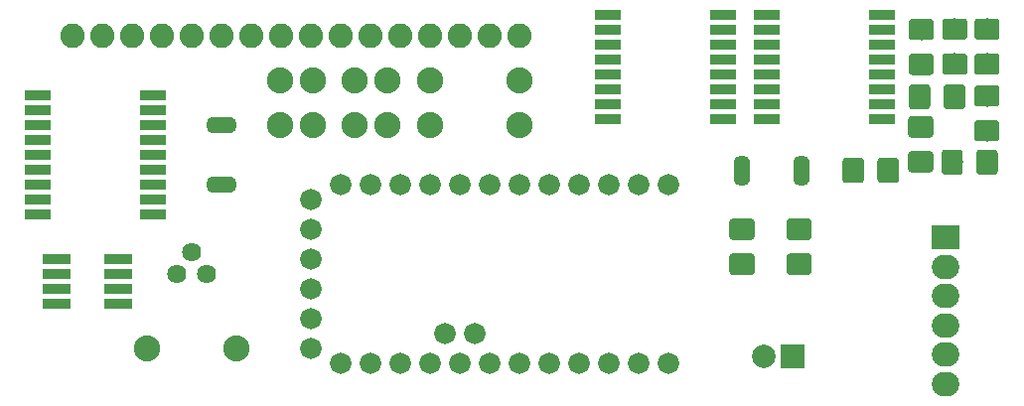
<source format=gbs>
G04 #@! TF.GenerationSoftware,KiCad,Pcbnew,(5.0.0)*
G04 #@! TF.CreationDate,2018-10-11T21:25:17+02:00*
G04 #@! TF.ProjectId,canbus,63616E6275732E6B696361645F706362,rev?*
G04 #@! TF.SameCoordinates,Original*
G04 #@! TF.FileFunction,Soldermask,Bot*
G04 #@! TF.FilePolarity,Negative*
%FSLAX46Y46*%
G04 Gerber Fmt 4.6, Leading zero omitted, Abs format (unit mm)*
G04 Created by KiCad (PCBNEW (5.0.0)) date 10/11/18 21:25:17*
%MOMM*%
%LPD*%
G01*
G04 APERTURE LIST*
%ADD10C,0.100000*%
%ADD11O,1.422400X2.641600*%
%ADD12C,2.235200*%
%ADD13C,1.828800*%
%ADD14C,1.825000*%
%ADD15O,2.350000X2.100000*%
%ADD16R,2.350000X2.100000*%
%ADD17R,2.000000X2.000000*%
%ADD18C,2.000000*%
%ADD19O,2.641600X1.422400*%
%ADD20R,2.235200X0.863600*%
%ADD21C,2.082800*%
%ADD22C,1.625600*%
%ADD23R,2.413000X0.812800*%
G04 APERTURE END LIST*
D10*
G04 #@! TO.C,R1*
G36*
X146616100Y-97299100D02*
X146616102Y-97299100D01*
X146449103Y-97328265D01*
X146305982Y-97419126D01*
X146208534Y-97557846D01*
X146171600Y-97723300D01*
X146201941Y-97898633D01*
X146297069Y-98049009D01*
X146616100Y-98190600D01*
X146787538Y-98153475D01*
X146931719Y-98053570D01*
X147058000Y-97733500D01*
X147023226Y-97566105D01*
X146927031Y-97424766D01*
X146616100Y-97299100D01*
G37*
G36*
X154243700Y-97306700D02*
X154243701Y-97306700D01*
X154076702Y-97335865D01*
X153933581Y-97426726D01*
X153836133Y-97565446D01*
X153799200Y-97730900D01*
X153829541Y-97906233D01*
X153924669Y-98056609D01*
X154243700Y-98198200D01*
X154243699Y-98198200D01*
X154415137Y-98161076D01*
X154559319Y-98061171D01*
X154685600Y-97741100D01*
X154650826Y-97573705D01*
X154554632Y-97432365D01*
X154243700Y-97306700D01*
G37*
G04 #@! TO.C,R3*
G36*
X154243700Y-93496700D02*
X154243701Y-93496700D01*
X154076702Y-93525865D01*
X153933581Y-93616726D01*
X153836133Y-93755446D01*
X153799200Y-93920900D01*
X153829541Y-94096233D01*
X153924669Y-94246609D01*
X154243700Y-94388200D01*
X154243699Y-94388200D01*
X154415137Y-94351076D01*
X154559319Y-94251171D01*
X154685600Y-93931100D01*
X154650826Y-93763705D01*
X154554632Y-93622365D01*
X154243700Y-93496700D01*
G37*
G36*
X146616100Y-93489100D02*
X146616102Y-93489100D01*
X146449103Y-93518265D01*
X146305982Y-93609126D01*
X146208534Y-93747846D01*
X146171600Y-93913300D01*
X146201941Y-94088633D01*
X146297069Y-94239009D01*
X146616100Y-94380600D01*
X146787538Y-94343475D01*
X146931719Y-94243570D01*
X147058000Y-93923500D01*
X147023226Y-93756105D01*
X146927031Y-93614766D01*
X146616100Y-93489100D01*
G37*
G04 #@! TO.C,C1*
G36*
X142915600Y-97304100D02*
X142915601Y-97304100D01*
X142748602Y-97333265D01*
X142605481Y-97424126D01*
X142508033Y-97562846D01*
X142471100Y-97728300D01*
X142501441Y-97903633D01*
X142596569Y-98054009D01*
X142915600Y-98195600D01*
X142915599Y-98195600D01*
X143087037Y-98158476D01*
X143231219Y-98058571D01*
X143357500Y-97738500D01*
X143357500Y-97738501D01*
X143322726Y-97571106D01*
X143226532Y-97429766D01*
X142915600Y-97304100D01*
G37*
G36*
X140116500Y-97304100D02*
X140116502Y-97304100D01*
X139949503Y-97333265D01*
X139806382Y-97424126D01*
X139708934Y-97562846D01*
X139672000Y-97728300D01*
X139702341Y-97903633D01*
X139797469Y-98054009D01*
X140116500Y-98195600D01*
X140116499Y-98195600D01*
X140287937Y-98158476D01*
X140432119Y-98058571D01*
X140558400Y-97738500D01*
X140523626Y-97571105D01*
X140427431Y-97429766D01*
X140116500Y-97304100D01*
G37*
G04 #@! TO.C,C2*
G36*
X133766500Y-93494100D02*
X133766502Y-93494100D01*
X133599503Y-93523265D01*
X133456382Y-93614126D01*
X133358934Y-93752846D01*
X133322000Y-93918300D01*
X133352341Y-94093633D01*
X133447469Y-94244009D01*
X133766500Y-94385600D01*
X133766499Y-94385600D01*
X133937937Y-94348476D01*
X134082119Y-94248571D01*
X134208400Y-93928500D01*
X134173626Y-93761105D01*
X134077431Y-93619766D01*
X133766500Y-93494100D01*
G37*
G36*
X136565600Y-93494100D02*
X136565601Y-93494100D01*
X136398602Y-93523265D01*
X136255481Y-93614126D01*
X136158033Y-93752846D01*
X136121100Y-93918300D01*
X136151441Y-94093633D01*
X136246569Y-94244009D01*
X136565600Y-94385600D01*
X136565599Y-94385600D01*
X136737037Y-94348476D01*
X136881219Y-94248571D01*
X137007500Y-93928500D01*
X137007500Y-93928501D01*
X136972726Y-93761106D01*
X136876532Y-93619766D01*
X136565600Y-93494100D01*
G37*
G04 #@! TO.C,C3*
G36*
X136565600Y-97304100D02*
X136565601Y-97304100D01*
X136398602Y-97333265D01*
X136255481Y-97424126D01*
X136158033Y-97562846D01*
X136121100Y-97728300D01*
X136151441Y-97903633D01*
X136246569Y-98054009D01*
X136565600Y-98195600D01*
X136565599Y-98195600D01*
X136737037Y-98158476D01*
X136881219Y-98058571D01*
X137007500Y-97738500D01*
X137007500Y-97738501D01*
X136972726Y-97571106D01*
X136876532Y-97429766D01*
X136565600Y-97304100D01*
G37*
G36*
X133766500Y-97304100D02*
X133766502Y-97304100D01*
X133599503Y-97333265D01*
X133456382Y-97424126D01*
X133358934Y-97562846D01*
X133322000Y-97728300D01*
X133352341Y-97903633D01*
X133447469Y-98054009D01*
X133766500Y-98195600D01*
X133766499Y-98195600D01*
X133937937Y-98158476D01*
X134082119Y-98058571D01*
X134208400Y-97738500D01*
X134173626Y-97571105D01*
X134077431Y-97429766D01*
X133766500Y-97304100D01*
G37*
G04 #@! TO.C,C4*
G36*
X140116500Y-93494100D02*
X140116502Y-93494100D01*
X139949503Y-93523265D01*
X139806382Y-93614126D01*
X139708934Y-93752846D01*
X139672000Y-93918300D01*
X139702341Y-94093633D01*
X139797469Y-94244009D01*
X140116500Y-94385600D01*
X140116499Y-94385600D01*
X140287937Y-94348476D01*
X140432119Y-94248571D01*
X140558400Y-93928500D01*
X140523626Y-93761105D01*
X140427431Y-93619766D01*
X140116500Y-93494100D01*
G37*
G36*
X142915600Y-93494100D02*
X142915601Y-93494100D01*
X142748602Y-93523265D01*
X142605481Y-93614126D01*
X142508033Y-93752846D01*
X142471100Y-93918300D01*
X142501441Y-94093633D01*
X142596569Y-94244009D01*
X142915600Y-94385600D01*
X142915599Y-94385600D01*
X143087037Y-94348476D01*
X143231219Y-94248571D01*
X143357500Y-93928500D01*
X143357500Y-93928501D01*
X143322726Y-93761106D01*
X143226532Y-93619766D01*
X142915600Y-93494100D01*
G37*
G04 #@! TO.C,R2*
G36*
X122471100Y-116349100D02*
X122471102Y-116349100D01*
X122304103Y-116378265D01*
X122160982Y-116469126D01*
X122063534Y-116607846D01*
X122026600Y-116773300D01*
X122056941Y-116948633D01*
X122152069Y-117099009D01*
X122471100Y-117240600D01*
X122642538Y-117203475D01*
X122786719Y-117103570D01*
X122913000Y-116783500D01*
X122878226Y-116616105D01*
X122782031Y-116474766D01*
X122471100Y-116349100D01*
G37*
G36*
X130098700Y-116356700D02*
X130098701Y-116356700D01*
X129931702Y-116385865D01*
X129788581Y-116476726D01*
X129691133Y-116615446D01*
X129654200Y-116780900D01*
X129684541Y-116956233D01*
X129779669Y-117106609D01*
X130098700Y-117248200D01*
X130098699Y-117248200D01*
X130270137Y-117211076D01*
X130414319Y-117111171D01*
X130540600Y-116791100D01*
X130505826Y-116623705D01*
X130409632Y-116482365D01*
X130098700Y-116356700D01*
G37*
G04 #@! TD*
D11*
G04 #@! TO.C,VQ2*
X178257200Y-101600000D03*
X173177200Y-101600000D03*
G04 #@! TD*
D12*
G04 #@! TO.C,R1*
X154236100Y-97743600D03*
X146616100Y-97743600D03*
G04 #@! TD*
G04 #@! TO.C,R3*
X146616100Y-93933600D03*
X154236100Y-93933600D03*
G04 #@! TD*
G04 #@! TO.C,C1*
X142918100Y-97743600D03*
X140124100Y-97743600D03*
G04 #@! TD*
G04 #@! TO.C,C2*
X133774100Y-93933600D03*
X136568100Y-93933600D03*
G04 #@! TD*
G04 #@! TO.C,C3*
X136568100Y-97743600D03*
X133774100Y-97743600D03*
G04 #@! TD*
G04 #@! TO.C,C4*
X140124100Y-93933600D03*
X142918100Y-93933600D03*
G04 #@! TD*
D13*
G04 #@! TO.C,U$2*
X166921100Y-118063600D03*
X164381100Y-118063600D03*
X161841100Y-118063600D03*
X159301100Y-118063600D03*
X156761100Y-118063600D03*
X154221100Y-118063600D03*
X151681100Y-118063600D03*
X150411100Y-115523600D03*
X149141100Y-118063600D03*
X147871100Y-115523600D03*
X146601100Y-118063600D03*
X144061100Y-118063600D03*
X141521100Y-118063600D03*
X138981100Y-118063600D03*
X136441100Y-116793600D03*
X136441100Y-114253600D03*
X136441100Y-111713600D03*
X136441100Y-109173600D03*
X136441100Y-106633600D03*
X136441100Y-104093600D03*
X138981100Y-102823600D03*
X141521100Y-102823600D03*
X144061100Y-102823600D03*
X146601100Y-102823600D03*
X149141100Y-102823600D03*
X151681100Y-102823600D03*
X154221100Y-102823600D03*
X156761100Y-102823600D03*
X159301100Y-102823600D03*
X161841100Y-102823600D03*
X164381100Y-102823600D03*
X166921100Y-102823600D03*
G04 #@! TD*
D10*
G04 #@! TO.C,C15*
G36*
X178840207Y-108678942D02*
X178871287Y-108683552D01*
X178901766Y-108691187D01*
X178931350Y-108701772D01*
X178959754Y-108715206D01*
X178986704Y-108731359D01*
X179011942Y-108750077D01*
X179035223Y-108771177D01*
X179056323Y-108794458D01*
X179075041Y-108819696D01*
X179091194Y-108846646D01*
X179104628Y-108875050D01*
X179115213Y-108904634D01*
X179122848Y-108935113D01*
X179127458Y-108966193D01*
X179129000Y-108997576D01*
X179129000Y-110182224D01*
X179127458Y-110213607D01*
X179122848Y-110244687D01*
X179115213Y-110275166D01*
X179104628Y-110304750D01*
X179091194Y-110333154D01*
X179075041Y-110360104D01*
X179056323Y-110385342D01*
X179035223Y-110408623D01*
X179011942Y-110429723D01*
X178986704Y-110448441D01*
X178959754Y-110464594D01*
X178931350Y-110478028D01*
X178901766Y-110488613D01*
X178871287Y-110496248D01*
X178840207Y-110500858D01*
X178808824Y-110502400D01*
X177299176Y-110502400D01*
X177267793Y-110500858D01*
X177236713Y-110496248D01*
X177206234Y-110488613D01*
X177176650Y-110478028D01*
X177148246Y-110464594D01*
X177121296Y-110448441D01*
X177096058Y-110429723D01*
X177072777Y-110408623D01*
X177051677Y-110385342D01*
X177032959Y-110360104D01*
X177016806Y-110333154D01*
X177003372Y-110304750D01*
X176992787Y-110275166D01*
X176985152Y-110244687D01*
X176980542Y-110213607D01*
X176979000Y-110182224D01*
X176979000Y-108997576D01*
X176980542Y-108966193D01*
X176985152Y-108935113D01*
X176992787Y-108904634D01*
X177003372Y-108875050D01*
X177016806Y-108846646D01*
X177032959Y-108819696D01*
X177051677Y-108794458D01*
X177072777Y-108771177D01*
X177096058Y-108750077D01*
X177121296Y-108731359D01*
X177148246Y-108715206D01*
X177176650Y-108701772D01*
X177206234Y-108691187D01*
X177236713Y-108683552D01*
X177267793Y-108678942D01*
X177299176Y-108677400D01*
X178808824Y-108677400D01*
X178840207Y-108678942D01*
X178840207Y-108678942D01*
G37*
D14*
X178054000Y-109589900D03*
D10*
G36*
X178840207Y-105703942D02*
X178871287Y-105708552D01*
X178901766Y-105716187D01*
X178931350Y-105726772D01*
X178959754Y-105740206D01*
X178986704Y-105756359D01*
X179011942Y-105775077D01*
X179035223Y-105796177D01*
X179056323Y-105819458D01*
X179075041Y-105844696D01*
X179091194Y-105871646D01*
X179104628Y-105900050D01*
X179115213Y-105929634D01*
X179122848Y-105960113D01*
X179127458Y-105991193D01*
X179129000Y-106022576D01*
X179129000Y-107207224D01*
X179127458Y-107238607D01*
X179122848Y-107269687D01*
X179115213Y-107300166D01*
X179104628Y-107329750D01*
X179091194Y-107358154D01*
X179075041Y-107385104D01*
X179056323Y-107410342D01*
X179035223Y-107433623D01*
X179011942Y-107454723D01*
X178986704Y-107473441D01*
X178959754Y-107489594D01*
X178931350Y-107503028D01*
X178901766Y-107513613D01*
X178871287Y-107521248D01*
X178840207Y-107525858D01*
X178808824Y-107527400D01*
X177299176Y-107527400D01*
X177267793Y-107525858D01*
X177236713Y-107521248D01*
X177206234Y-107513613D01*
X177176650Y-107503028D01*
X177148246Y-107489594D01*
X177121296Y-107473441D01*
X177096058Y-107454723D01*
X177072777Y-107433623D01*
X177051677Y-107410342D01*
X177032959Y-107385104D01*
X177016806Y-107358154D01*
X177003372Y-107329750D01*
X176992787Y-107300166D01*
X176985152Y-107269687D01*
X176980542Y-107238607D01*
X176979000Y-107207224D01*
X176979000Y-106022576D01*
X176980542Y-105991193D01*
X176985152Y-105960113D01*
X176992787Y-105929634D01*
X177003372Y-105900050D01*
X177016806Y-105871646D01*
X177032959Y-105844696D01*
X177051677Y-105819458D01*
X177072777Y-105796177D01*
X177096058Y-105775077D01*
X177121296Y-105756359D01*
X177148246Y-105740206D01*
X177176650Y-105726772D01*
X177206234Y-105716187D01*
X177236713Y-105708552D01*
X177267793Y-105703942D01*
X177299176Y-105702400D01*
X178808824Y-105702400D01*
X178840207Y-105703942D01*
X178840207Y-105703942D01*
G37*
D14*
X178054000Y-106614900D03*
G04 #@! TD*
D15*
G04 #@! TO.C,J2*
X190500000Y-119815000D03*
X190500000Y-117315000D03*
X190500000Y-114815000D03*
X190500000Y-112315000D03*
X190500000Y-109815000D03*
D16*
X190500000Y-107315000D03*
G04 #@! TD*
D17*
G04 #@! TO.C,C14*
X177495200Y-117449600D03*
D18*
X174995200Y-117449600D03*
G04 #@! TD*
D10*
G04 #@! TO.C,C13*
G36*
X194842207Y-94324742D02*
X194873287Y-94329352D01*
X194903766Y-94336987D01*
X194933350Y-94347572D01*
X194961754Y-94361006D01*
X194988704Y-94377159D01*
X195013942Y-94395877D01*
X195037223Y-94416977D01*
X195058323Y-94440258D01*
X195077041Y-94465496D01*
X195093194Y-94492446D01*
X195106628Y-94520850D01*
X195117213Y-94550434D01*
X195124848Y-94580913D01*
X195129458Y-94611993D01*
X195131000Y-94643376D01*
X195131000Y-95828024D01*
X195129458Y-95859407D01*
X195124848Y-95890487D01*
X195117213Y-95920966D01*
X195106628Y-95950550D01*
X195093194Y-95978954D01*
X195077041Y-96005904D01*
X195058323Y-96031142D01*
X195037223Y-96054423D01*
X195013942Y-96075523D01*
X194988704Y-96094241D01*
X194961754Y-96110394D01*
X194933350Y-96123828D01*
X194903766Y-96134413D01*
X194873287Y-96142048D01*
X194842207Y-96146658D01*
X194810824Y-96148200D01*
X193301176Y-96148200D01*
X193269793Y-96146658D01*
X193238713Y-96142048D01*
X193208234Y-96134413D01*
X193178650Y-96123828D01*
X193150246Y-96110394D01*
X193123296Y-96094241D01*
X193098058Y-96075523D01*
X193074777Y-96054423D01*
X193053677Y-96031142D01*
X193034959Y-96005904D01*
X193018806Y-95978954D01*
X193005372Y-95950550D01*
X192994787Y-95920966D01*
X192987152Y-95890487D01*
X192982542Y-95859407D01*
X192981000Y-95828024D01*
X192981000Y-94643376D01*
X192982542Y-94611993D01*
X192987152Y-94580913D01*
X192994787Y-94550434D01*
X193005372Y-94520850D01*
X193018806Y-94492446D01*
X193034959Y-94465496D01*
X193053677Y-94440258D01*
X193074777Y-94416977D01*
X193098058Y-94395877D01*
X193123296Y-94377159D01*
X193150246Y-94361006D01*
X193178650Y-94347572D01*
X193208234Y-94336987D01*
X193238713Y-94329352D01*
X193269793Y-94324742D01*
X193301176Y-94323200D01*
X194810824Y-94323200D01*
X194842207Y-94324742D01*
X194842207Y-94324742D01*
G37*
D14*
X194056000Y-95235700D03*
D10*
G36*
X194842207Y-97299742D02*
X194873287Y-97304352D01*
X194903766Y-97311987D01*
X194933350Y-97322572D01*
X194961754Y-97336006D01*
X194988704Y-97352159D01*
X195013942Y-97370877D01*
X195037223Y-97391977D01*
X195058323Y-97415258D01*
X195077041Y-97440496D01*
X195093194Y-97467446D01*
X195106628Y-97495850D01*
X195117213Y-97525434D01*
X195124848Y-97555913D01*
X195129458Y-97586993D01*
X195131000Y-97618376D01*
X195131000Y-98803024D01*
X195129458Y-98834407D01*
X195124848Y-98865487D01*
X195117213Y-98895966D01*
X195106628Y-98925550D01*
X195093194Y-98953954D01*
X195077041Y-98980904D01*
X195058323Y-99006142D01*
X195037223Y-99029423D01*
X195013942Y-99050523D01*
X194988704Y-99069241D01*
X194961754Y-99085394D01*
X194933350Y-99098828D01*
X194903766Y-99109413D01*
X194873287Y-99117048D01*
X194842207Y-99121658D01*
X194810824Y-99123200D01*
X193301176Y-99123200D01*
X193269793Y-99121658D01*
X193238713Y-99117048D01*
X193208234Y-99109413D01*
X193178650Y-99098828D01*
X193150246Y-99085394D01*
X193123296Y-99069241D01*
X193098058Y-99050523D01*
X193074777Y-99029423D01*
X193053677Y-99006142D01*
X193034959Y-98980904D01*
X193018806Y-98953954D01*
X193005372Y-98925550D01*
X192994787Y-98895966D01*
X192987152Y-98865487D01*
X192982542Y-98834407D01*
X192981000Y-98803024D01*
X192981000Y-97618376D01*
X192982542Y-97586993D01*
X192987152Y-97555913D01*
X192994787Y-97525434D01*
X193005372Y-97495850D01*
X193018806Y-97467446D01*
X193034959Y-97440496D01*
X193053677Y-97415258D01*
X193074777Y-97391977D01*
X193098058Y-97370877D01*
X193123296Y-97352159D01*
X193150246Y-97336006D01*
X193178650Y-97322572D01*
X193208234Y-97311987D01*
X193238713Y-97304352D01*
X193269793Y-97299742D01*
X193301176Y-97298200D01*
X194810824Y-97298200D01*
X194842207Y-97299742D01*
X194842207Y-97299742D01*
G37*
D14*
X194056000Y-98210700D03*
G04 #@! TD*
D10*
G04 #@! TO.C,C11*
G36*
X173963407Y-105703942D02*
X173994487Y-105708552D01*
X174024966Y-105716187D01*
X174054550Y-105726772D01*
X174082954Y-105740206D01*
X174109904Y-105756359D01*
X174135142Y-105775077D01*
X174158423Y-105796177D01*
X174179523Y-105819458D01*
X174198241Y-105844696D01*
X174214394Y-105871646D01*
X174227828Y-105900050D01*
X174238413Y-105929634D01*
X174246048Y-105960113D01*
X174250658Y-105991193D01*
X174252200Y-106022576D01*
X174252200Y-107207224D01*
X174250658Y-107238607D01*
X174246048Y-107269687D01*
X174238413Y-107300166D01*
X174227828Y-107329750D01*
X174214394Y-107358154D01*
X174198241Y-107385104D01*
X174179523Y-107410342D01*
X174158423Y-107433623D01*
X174135142Y-107454723D01*
X174109904Y-107473441D01*
X174082954Y-107489594D01*
X174054550Y-107503028D01*
X174024966Y-107513613D01*
X173994487Y-107521248D01*
X173963407Y-107525858D01*
X173932024Y-107527400D01*
X172422376Y-107527400D01*
X172390993Y-107525858D01*
X172359913Y-107521248D01*
X172329434Y-107513613D01*
X172299850Y-107503028D01*
X172271446Y-107489594D01*
X172244496Y-107473441D01*
X172219258Y-107454723D01*
X172195977Y-107433623D01*
X172174877Y-107410342D01*
X172156159Y-107385104D01*
X172140006Y-107358154D01*
X172126572Y-107329750D01*
X172115987Y-107300166D01*
X172108352Y-107269687D01*
X172103742Y-107238607D01*
X172102200Y-107207224D01*
X172102200Y-106022576D01*
X172103742Y-105991193D01*
X172108352Y-105960113D01*
X172115987Y-105929634D01*
X172126572Y-105900050D01*
X172140006Y-105871646D01*
X172156159Y-105844696D01*
X172174877Y-105819458D01*
X172195977Y-105796177D01*
X172219258Y-105775077D01*
X172244496Y-105756359D01*
X172271446Y-105740206D01*
X172299850Y-105726772D01*
X172329434Y-105716187D01*
X172359913Y-105708552D01*
X172390993Y-105703942D01*
X172422376Y-105702400D01*
X173932024Y-105702400D01*
X173963407Y-105703942D01*
X173963407Y-105703942D01*
G37*
D14*
X173177200Y-106614900D03*
D10*
G36*
X173963407Y-108678942D02*
X173994487Y-108683552D01*
X174024966Y-108691187D01*
X174054550Y-108701772D01*
X174082954Y-108715206D01*
X174109904Y-108731359D01*
X174135142Y-108750077D01*
X174158423Y-108771177D01*
X174179523Y-108794458D01*
X174198241Y-108819696D01*
X174214394Y-108846646D01*
X174227828Y-108875050D01*
X174238413Y-108904634D01*
X174246048Y-108935113D01*
X174250658Y-108966193D01*
X174252200Y-108997576D01*
X174252200Y-110182224D01*
X174250658Y-110213607D01*
X174246048Y-110244687D01*
X174238413Y-110275166D01*
X174227828Y-110304750D01*
X174214394Y-110333154D01*
X174198241Y-110360104D01*
X174179523Y-110385342D01*
X174158423Y-110408623D01*
X174135142Y-110429723D01*
X174109904Y-110448441D01*
X174082954Y-110464594D01*
X174054550Y-110478028D01*
X174024966Y-110488613D01*
X173994487Y-110496248D01*
X173963407Y-110500858D01*
X173932024Y-110502400D01*
X172422376Y-110502400D01*
X172390993Y-110500858D01*
X172359913Y-110496248D01*
X172329434Y-110488613D01*
X172299850Y-110478028D01*
X172271446Y-110464594D01*
X172244496Y-110448441D01*
X172219258Y-110429723D01*
X172195977Y-110408623D01*
X172174877Y-110385342D01*
X172156159Y-110360104D01*
X172140006Y-110333154D01*
X172126572Y-110304750D01*
X172115987Y-110275166D01*
X172108352Y-110244687D01*
X172103742Y-110213607D01*
X172102200Y-110182224D01*
X172102200Y-108997576D01*
X172103742Y-108966193D01*
X172108352Y-108935113D01*
X172115987Y-108904634D01*
X172126572Y-108875050D01*
X172140006Y-108846646D01*
X172156159Y-108819696D01*
X172174877Y-108794458D01*
X172195977Y-108771177D01*
X172219258Y-108750077D01*
X172244496Y-108731359D01*
X172271446Y-108715206D01*
X172299850Y-108701772D01*
X172329434Y-108691187D01*
X172359913Y-108683552D01*
X172390993Y-108678942D01*
X172422376Y-108677400D01*
X173932024Y-108677400D01*
X173963407Y-108678942D01*
X173963407Y-108678942D01*
G37*
D14*
X173177200Y-109589900D03*
G04 #@! TD*
D10*
G04 #@! TO.C,C12*
G36*
X186261207Y-100526542D02*
X186292287Y-100531152D01*
X186322766Y-100538787D01*
X186352350Y-100549372D01*
X186380754Y-100562806D01*
X186407704Y-100578959D01*
X186432942Y-100597677D01*
X186456223Y-100618777D01*
X186477323Y-100642058D01*
X186496041Y-100667296D01*
X186512194Y-100694246D01*
X186525628Y-100722650D01*
X186536213Y-100752234D01*
X186543848Y-100782713D01*
X186548458Y-100813793D01*
X186550000Y-100845176D01*
X186550000Y-102354824D01*
X186548458Y-102386207D01*
X186543848Y-102417287D01*
X186536213Y-102447766D01*
X186525628Y-102477350D01*
X186512194Y-102505754D01*
X186496041Y-102532704D01*
X186477323Y-102557942D01*
X186456223Y-102581223D01*
X186432942Y-102602323D01*
X186407704Y-102621041D01*
X186380754Y-102637194D01*
X186352350Y-102650628D01*
X186322766Y-102661213D01*
X186292287Y-102668848D01*
X186261207Y-102673458D01*
X186229824Y-102675000D01*
X185045176Y-102675000D01*
X185013793Y-102673458D01*
X184982713Y-102668848D01*
X184952234Y-102661213D01*
X184922650Y-102650628D01*
X184894246Y-102637194D01*
X184867296Y-102621041D01*
X184842058Y-102602323D01*
X184818777Y-102581223D01*
X184797677Y-102557942D01*
X184778959Y-102532704D01*
X184762806Y-102505754D01*
X184749372Y-102477350D01*
X184738787Y-102447766D01*
X184731152Y-102417287D01*
X184726542Y-102386207D01*
X184725000Y-102354824D01*
X184725000Y-100845176D01*
X184726542Y-100813793D01*
X184731152Y-100782713D01*
X184738787Y-100752234D01*
X184749372Y-100722650D01*
X184762806Y-100694246D01*
X184778959Y-100667296D01*
X184797677Y-100642058D01*
X184818777Y-100618777D01*
X184842058Y-100597677D01*
X184867296Y-100578959D01*
X184894246Y-100562806D01*
X184922650Y-100549372D01*
X184952234Y-100538787D01*
X184982713Y-100531152D01*
X185013793Y-100526542D01*
X185045176Y-100525000D01*
X186229824Y-100525000D01*
X186261207Y-100526542D01*
X186261207Y-100526542D01*
G37*
D14*
X185637500Y-101600000D03*
D10*
G36*
X183286207Y-100526542D02*
X183317287Y-100531152D01*
X183347766Y-100538787D01*
X183377350Y-100549372D01*
X183405754Y-100562806D01*
X183432704Y-100578959D01*
X183457942Y-100597677D01*
X183481223Y-100618777D01*
X183502323Y-100642058D01*
X183521041Y-100667296D01*
X183537194Y-100694246D01*
X183550628Y-100722650D01*
X183561213Y-100752234D01*
X183568848Y-100782713D01*
X183573458Y-100813793D01*
X183575000Y-100845176D01*
X183575000Y-102354824D01*
X183573458Y-102386207D01*
X183568848Y-102417287D01*
X183561213Y-102447766D01*
X183550628Y-102477350D01*
X183537194Y-102505754D01*
X183521041Y-102532704D01*
X183502323Y-102557942D01*
X183481223Y-102581223D01*
X183457942Y-102602323D01*
X183432704Y-102621041D01*
X183405754Y-102637194D01*
X183377350Y-102650628D01*
X183347766Y-102661213D01*
X183317287Y-102668848D01*
X183286207Y-102673458D01*
X183254824Y-102675000D01*
X182070176Y-102675000D01*
X182038793Y-102673458D01*
X182007713Y-102668848D01*
X181977234Y-102661213D01*
X181947650Y-102650628D01*
X181919246Y-102637194D01*
X181892296Y-102621041D01*
X181867058Y-102602323D01*
X181843777Y-102581223D01*
X181822677Y-102557942D01*
X181803959Y-102532704D01*
X181787806Y-102505754D01*
X181774372Y-102477350D01*
X181763787Y-102447766D01*
X181756152Y-102417287D01*
X181751542Y-102386207D01*
X181750000Y-102354824D01*
X181750000Y-100845176D01*
X181751542Y-100813793D01*
X181756152Y-100782713D01*
X181763787Y-100752234D01*
X181774372Y-100722650D01*
X181787806Y-100694246D01*
X181803959Y-100667296D01*
X181822677Y-100642058D01*
X181843777Y-100618777D01*
X181867058Y-100597677D01*
X181892296Y-100578959D01*
X181919246Y-100562806D01*
X181947650Y-100549372D01*
X181977234Y-100538787D01*
X182007713Y-100531152D01*
X182038793Y-100526542D01*
X182070176Y-100525000D01*
X183254824Y-100525000D01*
X183286207Y-100526542D01*
X183286207Y-100526542D01*
G37*
D14*
X182662500Y-101600000D03*
G04 #@! TD*
D10*
G04 #@! TO.C,C9*
G36*
X191719007Y-99815342D02*
X191750087Y-99819952D01*
X191780566Y-99827587D01*
X191810150Y-99838172D01*
X191838554Y-99851606D01*
X191865504Y-99867759D01*
X191890742Y-99886477D01*
X191914023Y-99907577D01*
X191935123Y-99930858D01*
X191953841Y-99956096D01*
X191969994Y-99983046D01*
X191983428Y-100011450D01*
X191994013Y-100041034D01*
X192001648Y-100071513D01*
X192006258Y-100102593D01*
X192007800Y-100133976D01*
X192007800Y-101643624D01*
X192006258Y-101675007D01*
X192001648Y-101706087D01*
X191994013Y-101736566D01*
X191983428Y-101766150D01*
X191969994Y-101794554D01*
X191953841Y-101821504D01*
X191935123Y-101846742D01*
X191914023Y-101870023D01*
X191890742Y-101891123D01*
X191865504Y-101909841D01*
X191838554Y-101925994D01*
X191810150Y-101939428D01*
X191780566Y-101950013D01*
X191750087Y-101957648D01*
X191719007Y-101962258D01*
X191687624Y-101963800D01*
X190502976Y-101963800D01*
X190471593Y-101962258D01*
X190440513Y-101957648D01*
X190410034Y-101950013D01*
X190380450Y-101939428D01*
X190352046Y-101925994D01*
X190325096Y-101909841D01*
X190299858Y-101891123D01*
X190276577Y-101870023D01*
X190255477Y-101846742D01*
X190236759Y-101821504D01*
X190220606Y-101794554D01*
X190207172Y-101766150D01*
X190196587Y-101736566D01*
X190188952Y-101706087D01*
X190184342Y-101675007D01*
X190182800Y-101643624D01*
X190182800Y-100133976D01*
X190184342Y-100102593D01*
X190188952Y-100071513D01*
X190196587Y-100041034D01*
X190207172Y-100011450D01*
X190220606Y-99983046D01*
X190236759Y-99956096D01*
X190255477Y-99930858D01*
X190276577Y-99907577D01*
X190299858Y-99886477D01*
X190325096Y-99867759D01*
X190352046Y-99851606D01*
X190380450Y-99838172D01*
X190410034Y-99827587D01*
X190440513Y-99819952D01*
X190471593Y-99815342D01*
X190502976Y-99813800D01*
X191687624Y-99813800D01*
X191719007Y-99815342D01*
X191719007Y-99815342D01*
G37*
D14*
X191095300Y-100888800D03*
D10*
G36*
X194694007Y-99815342D02*
X194725087Y-99819952D01*
X194755566Y-99827587D01*
X194785150Y-99838172D01*
X194813554Y-99851606D01*
X194840504Y-99867759D01*
X194865742Y-99886477D01*
X194889023Y-99907577D01*
X194910123Y-99930858D01*
X194928841Y-99956096D01*
X194944994Y-99983046D01*
X194958428Y-100011450D01*
X194969013Y-100041034D01*
X194976648Y-100071513D01*
X194981258Y-100102593D01*
X194982800Y-100133976D01*
X194982800Y-101643624D01*
X194981258Y-101675007D01*
X194976648Y-101706087D01*
X194969013Y-101736566D01*
X194958428Y-101766150D01*
X194944994Y-101794554D01*
X194928841Y-101821504D01*
X194910123Y-101846742D01*
X194889023Y-101870023D01*
X194865742Y-101891123D01*
X194840504Y-101909841D01*
X194813554Y-101925994D01*
X194785150Y-101939428D01*
X194755566Y-101950013D01*
X194725087Y-101957648D01*
X194694007Y-101962258D01*
X194662624Y-101963800D01*
X193477976Y-101963800D01*
X193446593Y-101962258D01*
X193415513Y-101957648D01*
X193385034Y-101950013D01*
X193355450Y-101939428D01*
X193327046Y-101925994D01*
X193300096Y-101909841D01*
X193274858Y-101891123D01*
X193251577Y-101870023D01*
X193230477Y-101846742D01*
X193211759Y-101821504D01*
X193195606Y-101794554D01*
X193182172Y-101766150D01*
X193171587Y-101736566D01*
X193163952Y-101706087D01*
X193159342Y-101675007D01*
X193157800Y-101643624D01*
X193157800Y-100133976D01*
X193159342Y-100102593D01*
X193163952Y-100071513D01*
X193171587Y-100041034D01*
X193182172Y-100011450D01*
X193195606Y-99983046D01*
X193211759Y-99956096D01*
X193230477Y-99930858D01*
X193251577Y-99907577D01*
X193274858Y-99886477D01*
X193300096Y-99867759D01*
X193327046Y-99851606D01*
X193355450Y-99838172D01*
X193385034Y-99827587D01*
X193415513Y-99819952D01*
X193446593Y-99815342D01*
X193477976Y-99813800D01*
X194662624Y-99813800D01*
X194694007Y-99815342D01*
X194694007Y-99815342D01*
G37*
D14*
X194070300Y-100888800D03*
G04 #@! TD*
D10*
G04 #@! TO.C,C10*
G36*
X192099007Y-88635142D02*
X192130087Y-88639752D01*
X192160566Y-88647387D01*
X192190150Y-88657972D01*
X192218554Y-88671406D01*
X192245504Y-88687559D01*
X192270742Y-88706277D01*
X192294023Y-88727377D01*
X192315123Y-88750658D01*
X192333841Y-88775896D01*
X192349994Y-88802846D01*
X192363428Y-88831250D01*
X192374013Y-88860834D01*
X192381648Y-88891313D01*
X192386258Y-88922393D01*
X192387800Y-88953776D01*
X192387800Y-90138424D01*
X192386258Y-90169807D01*
X192381648Y-90200887D01*
X192374013Y-90231366D01*
X192363428Y-90260950D01*
X192349994Y-90289354D01*
X192333841Y-90316304D01*
X192315123Y-90341542D01*
X192294023Y-90364823D01*
X192270742Y-90385923D01*
X192245504Y-90404641D01*
X192218554Y-90420794D01*
X192190150Y-90434228D01*
X192160566Y-90444813D01*
X192130087Y-90452448D01*
X192099007Y-90457058D01*
X192067624Y-90458600D01*
X190557976Y-90458600D01*
X190526593Y-90457058D01*
X190495513Y-90452448D01*
X190465034Y-90444813D01*
X190435450Y-90434228D01*
X190407046Y-90420794D01*
X190380096Y-90404641D01*
X190354858Y-90385923D01*
X190331577Y-90364823D01*
X190310477Y-90341542D01*
X190291759Y-90316304D01*
X190275606Y-90289354D01*
X190262172Y-90260950D01*
X190251587Y-90231366D01*
X190243952Y-90200887D01*
X190239342Y-90169807D01*
X190237800Y-90138424D01*
X190237800Y-88953776D01*
X190239342Y-88922393D01*
X190243952Y-88891313D01*
X190251587Y-88860834D01*
X190262172Y-88831250D01*
X190275606Y-88802846D01*
X190291759Y-88775896D01*
X190310477Y-88750658D01*
X190331577Y-88727377D01*
X190354858Y-88706277D01*
X190380096Y-88687559D01*
X190407046Y-88671406D01*
X190435450Y-88657972D01*
X190465034Y-88647387D01*
X190495513Y-88639752D01*
X190526593Y-88635142D01*
X190557976Y-88633600D01*
X192067624Y-88633600D01*
X192099007Y-88635142D01*
X192099007Y-88635142D01*
G37*
D14*
X191312800Y-89546100D03*
D10*
G36*
X192099007Y-91610142D02*
X192130087Y-91614752D01*
X192160566Y-91622387D01*
X192190150Y-91632972D01*
X192218554Y-91646406D01*
X192245504Y-91662559D01*
X192270742Y-91681277D01*
X192294023Y-91702377D01*
X192315123Y-91725658D01*
X192333841Y-91750896D01*
X192349994Y-91777846D01*
X192363428Y-91806250D01*
X192374013Y-91835834D01*
X192381648Y-91866313D01*
X192386258Y-91897393D01*
X192387800Y-91928776D01*
X192387800Y-93113424D01*
X192386258Y-93144807D01*
X192381648Y-93175887D01*
X192374013Y-93206366D01*
X192363428Y-93235950D01*
X192349994Y-93264354D01*
X192333841Y-93291304D01*
X192315123Y-93316542D01*
X192294023Y-93339823D01*
X192270742Y-93360923D01*
X192245504Y-93379641D01*
X192218554Y-93395794D01*
X192190150Y-93409228D01*
X192160566Y-93419813D01*
X192130087Y-93427448D01*
X192099007Y-93432058D01*
X192067624Y-93433600D01*
X190557976Y-93433600D01*
X190526593Y-93432058D01*
X190495513Y-93427448D01*
X190465034Y-93419813D01*
X190435450Y-93409228D01*
X190407046Y-93395794D01*
X190380096Y-93379641D01*
X190354858Y-93360923D01*
X190331577Y-93339823D01*
X190310477Y-93316542D01*
X190291759Y-93291304D01*
X190275606Y-93264354D01*
X190262172Y-93235950D01*
X190251587Y-93206366D01*
X190243952Y-93175887D01*
X190239342Y-93144807D01*
X190237800Y-93113424D01*
X190237800Y-91928776D01*
X190239342Y-91897393D01*
X190243952Y-91866313D01*
X190251587Y-91835834D01*
X190262172Y-91806250D01*
X190275606Y-91777846D01*
X190291759Y-91750896D01*
X190310477Y-91725658D01*
X190331577Y-91702377D01*
X190354858Y-91681277D01*
X190380096Y-91662559D01*
X190407046Y-91646406D01*
X190435450Y-91632972D01*
X190465034Y-91622387D01*
X190495513Y-91614752D01*
X190526593Y-91610142D01*
X190557976Y-91608600D01*
X192067624Y-91608600D01*
X192099007Y-91610142D01*
X192099007Y-91610142D01*
G37*
D14*
X191312800Y-92521100D03*
G04 #@! TD*
D19*
G04 #@! TO.C,Q1*
X128821100Y-97743600D03*
X128821100Y-102823600D03*
G04 #@! TD*
D20*
G04 #@! TO.C,IC1*
X113123900Y-95203600D03*
X122928300Y-95203600D03*
X122928300Y-105363600D03*
X122928300Y-104093600D03*
X122928300Y-102823600D03*
X122928300Y-101553600D03*
X122928300Y-100283600D03*
X122928300Y-99013600D03*
X122928300Y-97743600D03*
X122928300Y-96473600D03*
X113123900Y-96473600D03*
X113123900Y-97743600D03*
X113123900Y-99013600D03*
X113123900Y-100283600D03*
X113123900Y-101553600D03*
X113123900Y-102823600D03*
X113123900Y-104093600D03*
X113123900Y-105363600D03*
G04 #@! TD*
D21*
G04 #@! TO.C,LCD1*
X116121100Y-90123600D03*
X118661100Y-90123600D03*
X121201100Y-90123600D03*
X123741100Y-90123600D03*
X126281100Y-90123600D03*
X128821100Y-90123600D03*
X131361100Y-90123600D03*
X133901100Y-90123600D03*
X136441100Y-90123600D03*
X138981100Y-90123600D03*
X141521100Y-90123600D03*
X144061100Y-90123600D03*
X146601100Y-90123600D03*
X149141100Y-90123600D03*
X151681100Y-90123600D03*
X154221100Y-90123600D03*
G04 #@! TD*
D12*
G04 #@! TO.C,R2*
X130091100Y-116793600D03*
X122471100Y-116793600D03*
G04 #@! TD*
D22*
G04 #@! TO.C,Q2*
X127551100Y-110443600D03*
X126281100Y-108538600D03*
X125011100Y-110443600D03*
G04 #@! TD*
D23*
G04 #@! TO.C,U1*
X120007300Y-112983600D03*
X120007300Y-111713600D03*
X120007300Y-110443600D03*
X120007300Y-109173600D03*
X114774900Y-109173600D03*
X114774900Y-110443600D03*
X114774900Y-111713600D03*
X114774900Y-112983600D03*
G04 #@! TD*
D10*
G04 #@! TO.C,R6*
G36*
X189203407Y-96966342D02*
X189234487Y-96970952D01*
X189264966Y-96978587D01*
X189294550Y-96989172D01*
X189322954Y-97002606D01*
X189349904Y-97018759D01*
X189375142Y-97037477D01*
X189398423Y-97058577D01*
X189419523Y-97081858D01*
X189438241Y-97107096D01*
X189454394Y-97134046D01*
X189467828Y-97162450D01*
X189478413Y-97192034D01*
X189486048Y-97222513D01*
X189490658Y-97253593D01*
X189492200Y-97284976D01*
X189492200Y-98469624D01*
X189490658Y-98501007D01*
X189486048Y-98532087D01*
X189478413Y-98562566D01*
X189467828Y-98592150D01*
X189454394Y-98620554D01*
X189438241Y-98647504D01*
X189419523Y-98672742D01*
X189398423Y-98696023D01*
X189375142Y-98717123D01*
X189349904Y-98735841D01*
X189322954Y-98751994D01*
X189294550Y-98765428D01*
X189264966Y-98776013D01*
X189234487Y-98783648D01*
X189203407Y-98788258D01*
X189172024Y-98789800D01*
X187662376Y-98789800D01*
X187630993Y-98788258D01*
X187599913Y-98783648D01*
X187569434Y-98776013D01*
X187539850Y-98765428D01*
X187511446Y-98751994D01*
X187484496Y-98735841D01*
X187459258Y-98717123D01*
X187435977Y-98696023D01*
X187414877Y-98672742D01*
X187396159Y-98647504D01*
X187380006Y-98620554D01*
X187366572Y-98592150D01*
X187355987Y-98562566D01*
X187348352Y-98532087D01*
X187343742Y-98501007D01*
X187342200Y-98469624D01*
X187342200Y-97284976D01*
X187343742Y-97253593D01*
X187348352Y-97222513D01*
X187355987Y-97192034D01*
X187366572Y-97162450D01*
X187380006Y-97134046D01*
X187396159Y-97107096D01*
X187414877Y-97081858D01*
X187435977Y-97058577D01*
X187459258Y-97037477D01*
X187484496Y-97018759D01*
X187511446Y-97002606D01*
X187539850Y-96989172D01*
X187569434Y-96978587D01*
X187599913Y-96970952D01*
X187630993Y-96966342D01*
X187662376Y-96964800D01*
X189172024Y-96964800D01*
X189203407Y-96966342D01*
X189203407Y-96966342D01*
G37*
D14*
X188417200Y-97877300D03*
D10*
G36*
X189203407Y-99941342D02*
X189234487Y-99945952D01*
X189264966Y-99953587D01*
X189294550Y-99964172D01*
X189322954Y-99977606D01*
X189349904Y-99993759D01*
X189375142Y-100012477D01*
X189398423Y-100033577D01*
X189419523Y-100056858D01*
X189438241Y-100082096D01*
X189454394Y-100109046D01*
X189467828Y-100137450D01*
X189478413Y-100167034D01*
X189486048Y-100197513D01*
X189490658Y-100228593D01*
X189492200Y-100259976D01*
X189492200Y-101444624D01*
X189490658Y-101476007D01*
X189486048Y-101507087D01*
X189478413Y-101537566D01*
X189467828Y-101567150D01*
X189454394Y-101595554D01*
X189438241Y-101622504D01*
X189419523Y-101647742D01*
X189398423Y-101671023D01*
X189375142Y-101692123D01*
X189349904Y-101710841D01*
X189322954Y-101726994D01*
X189294550Y-101740428D01*
X189264966Y-101751013D01*
X189234487Y-101758648D01*
X189203407Y-101763258D01*
X189172024Y-101764800D01*
X187662376Y-101764800D01*
X187630993Y-101763258D01*
X187599913Y-101758648D01*
X187569434Y-101751013D01*
X187539850Y-101740428D01*
X187511446Y-101726994D01*
X187484496Y-101710841D01*
X187459258Y-101692123D01*
X187435977Y-101671023D01*
X187414877Y-101647742D01*
X187396159Y-101622504D01*
X187380006Y-101595554D01*
X187366572Y-101567150D01*
X187355987Y-101537566D01*
X187348352Y-101507087D01*
X187343742Y-101476007D01*
X187342200Y-101444624D01*
X187342200Y-100259976D01*
X187343742Y-100228593D01*
X187348352Y-100197513D01*
X187355987Y-100167034D01*
X187366572Y-100137450D01*
X187380006Y-100109046D01*
X187396159Y-100082096D01*
X187414877Y-100056858D01*
X187435977Y-100033577D01*
X187459258Y-100012477D01*
X187484496Y-99993759D01*
X187511446Y-99977606D01*
X187539850Y-99964172D01*
X187569434Y-99953587D01*
X187599913Y-99945952D01*
X187630993Y-99941342D01*
X187662376Y-99939800D01*
X189172024Y-99939800D01*
X189203407Y-99941342D01*
X189203407Y-99941342D01*
G37*
D14*
X188417200Y-100852300D03*
G04 #@! TD*
D10*
G04 #@! TO.C,R7*
G36*
X194842207Y-91610142D02*
X194873287Y-91614752D01*
X194903766Y-91622387D01*
X194933350Y-91632972D01*
X194961754Y-91646406D01*
X194988704Y-91662559D01*
X195013942Y-91681277D01*
X195037223Y-91702377D01*
X195058323Y-91725658D01*
X195077041Y-91750896D01*
X195093194Y-91777846D01*
X195106628Y-91806250D01*
X195117213Y-91835834D01*
X195124848Y-91866313D01*
X195129458Y-91897393D01*
X195131000Y-91928776D01*
X195131000Y-93113424D01*
X195129458Y-93144807D01*
X195124848Y-93175887D01*
X195117213Y-93206366D01*
X195106628Y-93235950D01*
X195093194Y-93264354D01*
X195077041Y-93291304D01*
X195058323Y-93316542D01*
X195037223Y-93339823D01*
X195013942Y-93360923D01*
X194988704Y-93379641D01*
X194961754Y-93395794D01*
X194933350Y-93409228D01*
X194903766Y-93419813D01*
X194873287Y-93427448D01*
X194842207Y-93432058D01*
X194810824Y-93433600D01*
X193301176Y-93433600D01*
X193269793Y-93432058D01*
X193238713Y-93427448D01*
X193208234Y-93419813D01*
X193178650Y-93409228D01*
X193150246Y-93395794D01*
X193123296Y-93379641D01*
X193098058Y-93360923D01*
X193074777Y-93339823D01*
X193053677Y-93316542D01*
X193034959Y-93291304D01*
X193018806Y-93264354D01*
X193005372Y-93235950D01*
X192994787Y-93206366D01*
X192987152Y-93175887D01*
X192982542Y-93144807D01*
X192981000Y-93113424D01*
X192981000Y-91928776D01*
X192982542Y-91897393D01*
X192987152Y-91866313D01*
X192994787Y-91835834D01*
X193005372Y-91806250D01*
X193018806Y-91777846D01*
X193034959Y-91750896D01*
X193053677Y-91725658D01*
X193074777Y-91702377D01*
X193098058Y-91681277D01*
X193123296Y-91662559D01*
X193150246Y-91646406D01*
X193178650Y-91632972D01*
X193208234Y-91622387D01*
X193238713Y-91614752D01*
X193269793Y-91610142D01*
X193301176Y-91608600D01*
X194810824Y-91608600D01*
X194842207Y-91610142D01*
X194842207Y-91610142D01*
G37*
D14*
X194056000Y-92521100D03*
D10*
G36*
X194842207Y-88635142D02*
X194873287Y-88639752D01*
X194903766Y-88647387D01*
X194933350Y-88657972D01*
X194961754Y-88671406D01*
X194988704Y-88687559D01*
X195013942Y-88706277D01*
X195037223Y-88727377D01*
X195058323Y-88750658D01*
X195077041Y-88775896D01*
X195093194Y-88802846D01*
X195106628Y-88831250D01*
X195117213Y-88860834D01*
X195124848Y-88891313D01*
X195129458Y-88922393D01*
X195131000Y-88953776D01*
X195131000Y-90138424D01*
X195129458Y-90169807D01*
X195124848Y-90200887D01*
X195117213Y-90231366D01*
X195106628Y-90260950D01*
X195093194Y-90289354D01*
X195077041Y-90316304D01*
X195058323Y-90341542D01*
X195037223Y-90364823D01*
X195013942Y-90385923D01*
X194988704Y-90404641D01*
X194961754Y-90420794D01*
X194933350Y-90434228D01*
X194903766Y-90444813D01*
X194873287Y-90452448D01*
X194842207Y-90457058D01*
X194810824Y-90458600D01*
X193301176Y-90458600D01*
X193269793Y-90457058D01*
X193238713Y-90452448D01*
X193208234Y-90444813D01*
X193178650Y-90434228D01*
X193150246Y-90420794D01*
X193123296Y-90404641D01*
X193098058Y-90385923D01*
X193074777Y-90364823D01*
X193053677Y-90341542D01*
X193034959Y-90316304D01*
X193018806Y-90289354D01*
X193005372Y-90260950D01*
X192994787Y-90231366D01*
X192987152Y-90200887D01*
X192982542Y-90169807D01*
X192981000Y-90138424D01*
X192981000Y-88953776D01*
X192982542Y-88922393D01*
X192987152Y-88891313D01*
X192994787Y-88860834D01*
X193005372Y-88831250D01*
X193018806Y-88802846D01*
X193034959Y-88775896D01*
X193053677Y-88750658D01*
X193074777Y-88727377D01*
X193098058Y-88706277D01*
X193123296Y-88687559D01*
X193150246Y-88671406D01*
X193178650Y-88657972D01*
X193208234Y-88647387D01*
X193238713Y-88639752D01*
X193269793Y-88635142D01*
X193301176Y-88633600D01*
X194810824Y-88633600D01*
X194842207Y-88635142D01*
X194842207Y-88635142D01*
G37*
D14*
X194056000Y-89546100D03*
G04 #@! TD*
D10*
G04 #@! TO.C,R10*
G36*
X191912707Y-94240042D02*
X191943787Y-94244652D01*
X191974266Y-94252287D01*
X192003850Y-94262872D01*
X192032254Y-94276306D01*
X192059204Y-94292459D01*
X192084442Y-94311177D01*
X192107723Y-94332277D01*
X192128823Y-94355558D01*
X192147541Y-94380796D01*
X192163694Y-94407746D01*
X192177128Y-94436150D01*
X192187713Y-94465734D01*
X192195348Y-94496213D01*
X192199958Y-94527293D01*
X192201500Y-94558676D01*
X192201500Y-96068324D01*
X192199958Y-96099707D01*
X192195348Y-96130787D01*
X192187713Y-96161266D01*
X192177128Y-96190850D01*
X192163694Y-96219254D01*
X192147541Y-96246204D01*
X192128823Y-96271442D01*
X192107723Y-96294723D01*
X192084442Y-96315823D01*
X192059204Y-96334541D01*
X192032254Y-96350694D01*
X192003850Y-96364128D01*
X191974266Y-96374713D01*
X191943787Y-96382348D01*
X191912707Y-96386958D01*
X191881324Y-96388500D01*
X190696676Y-96388500D01*
X190665293Y-96386958D01*
X190634213Y-96382348D01*
X190603734Y-96374713D01*
X190574150Y-96364128D01*
X190545746Y-96350694D01*
X190518796Y-96334541D01*
X190493558Y-96315823D01*
X190470277Y-96294723D01*
X190449177Y-96271442D01*
X190430459Y-96246204D01*
X190414306Y-96219254D01*
X190400872Y-96190850D01*
X190390287Y-96161266D01*
X190382652Y-96130787D01*
X190378042Y-96099707D01*
X190376500Y-96068324D01*
X190376500Y-94558676D01*
X190378042Y-94527293D01*
X190382652Y-94496213D01*
X190390287Y-94465734D01*
X190400872Y-94436150D01*
X190414306Y-94407746D01*
X190430459Y-94380796D01*
X190449177Y-94355558D01*
X190470277Y-94332277D01*
X190493558Y-94311177D01*
X190518796Y-94292459D01*
X190545746Y-94276306D01*
X190574150Y-94262872D01*
X190603734Y-94252287D01*
X190634213Y-94244652D01*
X190665293Y-94240042D01*
X190696676Y-94238500D01*
X191881324Y-94238500D01*
X191912707Y-94240042D01*
X191912707Y-94240042D01*
G37*
D14*
X191289000Y-95313500D03*
D10*
G36*
X188937707Y-94240042D02*
X188968787Y-94244652D01*
X188999266Y-94252287D01*
X189028850Y-94262872D01*
X189057254Y-94276306D01*
X189084204Y-94292459D01*
X189109442Y-94311177D01*
X189132723Y-94332277D01*
X189153823Y-94355558D01*
X189172541Y-94380796D01*
X189188694Y-94407746D01*
X189202128Y-94436150D01*
X189212713Y-94465734D01*
X189220348Y-94496213D01*
X189224958Y-94527293D01*
X189226500Y-94558676D01*
X189226500Y-96068324D01*
X189224958Y-96099707D01*
X189220348Y-96130787D01*
X189212713Y-96161266D01*
X189202128Y-96190850D01*
X189188694Y-96219254D01*
X189172541Y-96246204D01*
X189153823Y-96271442D01*
X189132723Y-96294723D01*
X189109442Y-96315823D01*
X189084204Y-96334541D01*
X189057254Y-96350694D01*
X189028850Y-96364128D01*
X188999266Y-96374713D01*
X188968787Y-96382348D01*
X188937707Y-96386958D01*
X188906324Y-96388500D01*
X187721676Y-96388500D01*
X187690293Y-96386958D01*
X187659213Y-96382348D01*
X187628734Y-96374713D01*
X187599150Y-96364128D01*
X187570746Y-96350694D01*
X187543796Y-96334541D01*
X187518558Y-96315823D01*
X187495277Y-96294723D01*
X187474177Y-96271442D01*
X187455459Y-96246204D01*
X187439306Y-96219254D01*
X187425872Y-96190850D01*
X187415287Y-96161266D01*
X187407652Y-96130787D01*
X187403042Y-96099707D01*
X187401500Y-96068324D01*
X187401500Y-94558676D01*
X187403042Y-94527293D01*
X187407652Y-94496213D01*
X187415287Y-94465734D01*
X187425872Y-94436150D01*
X187439306Y-94407746D01*
X187455459Y-94380796D01*
X187474177Y-94355558D01*
X187495277Y-94332277D01*
X187518558Y-94311177D01*
X187543796Y-94292459D01*
X187570746Y-94276306D01*
X187599150Y-94262872D01*
X187628734Y-94252287D01*
X187659213Y-94244652D01*
X187690293Y-94240042D01*
X187721676Y-94238500D01*
X188906324Y-94238500D01*
X188937707Y-94240042D01*
X188937707Y-94240042D01*
G37*
D14*
X188314000Y-95313500D03*
G04 #@! TD*
D10*
G04 #@! TO.C,R9*
G36*
X189254207Y-91635542D02*
X189285287Y-91640152D01*
X189315766Y-91647787D01*
X189345350Y-91658372D01*
X189373754Y-91671806D01*
X189400704Y-91687959D01*
X189425942Y-91706677D01*
X189449223Y-91727777D01*
X189470323Y-91751058D01*
X189489041Y-91776296D01*
X189505194Y-91803246D01*
X189518628Y-91831650D01*
X189529213Y-91861234D01*
X189536848Y-91891713D01*
X189541458Y-91922793D01*
X189543000Y-91954176D01*
X189543000Y-93138824D01*
X189541458Y-93170207D01*
X189536848Y-93201287D01*
X189529213Y-93231766D01*
X189518628Y-93261350D01*
X189505194Y-93289754D01*
X189489041Y-93316704D01*
X189470323Y-93341942D01*
X189449223Y-93365223D01*
X189425942Y-93386323D01*
X189400704Y-93405041D01*
X189373754Y-93421194D01*
X189345350Y-93434628D01*
X189315766Y-93445213D01*
X189285287Y-93452848D01*
X189254207Y-93457458D01*
X189222824Y-93459000D01*
X187713176Y-93459000D01*
X187681793Y-93457458D01*
X187650713Y-93452848D01*
X187620234Y-93445213D01*
X187590650Y-93434628D01*
X187562246Y-93421194D01*
X187535296Y-93405041D01*
X187510058Y-93386323D01*
X187486777Y-93365223D01*
X187465677Y-93341942D01*
X187446959Y-93316704D01*
X187430806Y-93289754D01*
X187417372Y-93261350D01*
X187406787Y-93231766D01*
X187399152Y-93201287D01*
X187394542Y-93170207D01*
X187393000Y-93138824D01*
X187393000Y-91954176D01*
X187394542Y-91922793D01*
X187399152Y-91891713D01*
X187406787Y-91861234D01*
X187417372Y-91831650D01*
X187430806Y-91803246D01*
X187446959Y-91776296D01*
X187465677Y-91751058D01*
X187486777Y-91727777D01*
X187510058Y-91706677D01*
X187535296Y-91687959D01*
X187562246Y-91671806D01*
X187590650Y-91658372D01*
X187620234Y-91647787D01*
X187650713Y-91640152D01*
X187681793Y-91635542D01*
X187713176Y-91634000D01*
X189222824Y-91634000D01*
X189254207Y-91635542D01*
X189254207Y-91635542D01*
G37*
D14*
X188468000Y-92546500D03*
D10*
G36*
X189254207Y-88660542D02*
X189285287Y-88665152D01*
X189315766Y-88672787D01*
X189345350Y-88683372D01*
X189373754Y-88696806D01*
X189400704Y-88712959D01*
X189425942Y-88731677D01*
X189449223Y-88752777D01*
X189470323Y-88776058D01*
X189489041Y-88801296D01*
X189505194Y-88828246D01*
X189518628Y-88856650D01*
X189529213Y-88886234D01*
X189536848Y-88916713D01*
X189541458Y-88947793D01*
X189543000Y-88979176D01*
X189543000Y-90163824D01*
X189541458Y-90195207D01*
X189536848Y-90226287D01*
X189529213Y-90256766D01*
X189518628Y-90286350D01*
X189505194Y-90314754D01*
X189489041Y-90341704D01*
X189470323Y-90366942D01*
X189449223Y-90390223D01*
X189425942Y-90411323D01*
X189400704Y-90430041D01*
X189373754Y-90446194D01*
X189345350Y-90459628D01*
X189315766Y-90470213D01*
X189285287Y-90477848D01*
X189254207Y-90482458D01*
X189222824Y-90484000D01*
X187713176Y-90484000D01*
X187681793Y-90482458D01*
X187650713Y-90477848D01*
X187620234Y-90470213D01*
X187590650Y-90459628D01*
X187562246Y-90446194D01*
X187535296Y-90430041D01*
X187510058Y-90411323D01*
X187486777Y-90390223D01*
X187465677Y-90366942D01*
X187446959Y-90341704D01*
X187430806Y-90314754D01*
X187417372Y-90286350D01*
X187406787Y-90256766D01*
X187399152Y-90226287D01*
X187394542Y-90195207D01*
X187393000Y-90163824D01*
X187393000Y-88979176D01*
X187394542Y-88947793D01*
X187399152Y-88916713D01*
X187406787Y-88886234D01*
X187417372Y-88856650D01*
X187430806Y-88828246D01*
X187446959Y-88801296D01*
X187465677Y-88776058D01*
X187486777Y-88752777D01*
X187510058Y-88731677D01*
X187535296Y-88712959D01*
X187562246Y-88696806D01*
X187590650Y-88683372D01*
X187620234Y-88672787D01*
X187650713Y-88665152D01*
X187681793Y-88660542D01*
X187713176Y-88659000D01*
X189222824Y-88659000D01*
X189254207Y-88660542D01*
X189254207Y-88660542D01*
G37*
D14*
X188468000Y-89571500D03*
G04 #@! TD*
D20*
G04 #@! TO.C,MTC1*
X185110078Y-88325204D03*
X185110078Y-89595204D03*
X185110078Y-90865204D03*
X185110078Y-92135204D03*
X185110078Y-93405204D03*
X185110078Y-94675204D03*
X185110078Y-95945204D03*
X185110078Y-97215204D03*
X175305678Y-97215204D03*
X175305678Y-95945204D03*
X175305678Y-94675204D03*
X175305678Y-93405204D03*
X175305678Y-92135204D03*
X175305678Y-90865204D03*
X175305678Y-89595204D03*
X175305678Y-88325204D03*
G04 #@! TD*
G04 #@! TO.C,TSS1*
X161759090Y-97215204D03*
X161759090Y-95945204D03*
X161759090Y-94675204D03*
X161759090Y-93405204D03*
X161759090Y-92135204D03*
X161759090Y-90865204D03*
X161759090Y-89595204D03*
X161759090Y-88325204D03*
X171563490Y-88325204D03*
X171563490Y-89595204D03*
X171563490Y-90865204D03*
X171563490Y-92135204D03*
X171563490Y-93405204D03*
X171563490Y-94675204D03*
X171563490Y-95945204D03*
X171563490Y-97215204D03*
G04 #@! TD*
M02*

</source>
